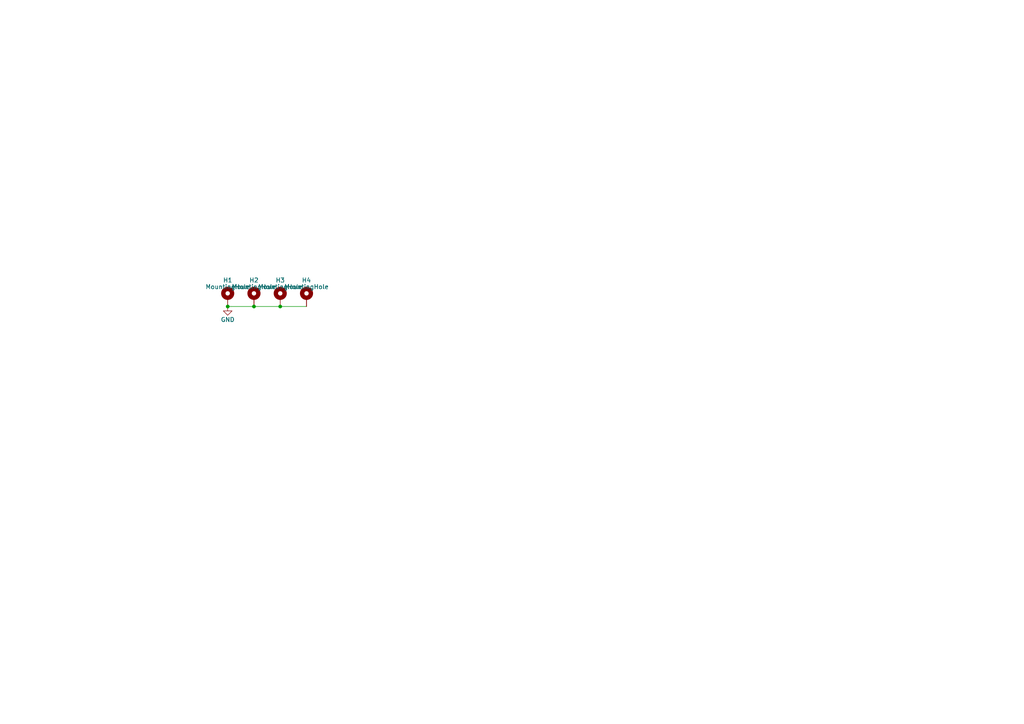
<source format=kicad_sch>
(kicad_sch (version 20250114) (generator "eeschema") (generator_version "9.0")
  (paper "A4")
  (lib_symbols
    (symbol "Mechanical:MountingHole_Pad" (pin_numbers (hide yes)) (pin_names (offset 1.016) (hide yes)) (in_bom no)
      (property "Reference" "H" (at 0 6.35 0))
      (property "Value" "MountingHole_Pad" (at 0 4.445 0))
      (symbol "MountingHole_Pad_0_1"
        (circle (center 0 1.27) (radius 1.27) (stroke (width 1.27)))
      )
      (symbol "MountingHole_Pad_1_1"
        (pin input line (at 0 -2.54 90) (length 2.54) (name "1") (number "1"))
      )
    )
    (symbol "power:GND" (power) (pin_numbers (hide yes)) (pin_names (offset 0) (hide yes))
      (property "Value" "GND" (at 0 -3.81 0))
      (symbol "GND_0_1"
        (polyline (pts (xy 0 0) (xy 0 -1.27) (xy 1.27 -1.27) (xy 0 -2.54) (xy -1.27 -1.27) (xy 0 -1.27)))
      )
      (symbol "GND_1_1"
        (pin power_in line (at 0 0 270) (length 0) (name "~") (number "1"))
      )
    )
  )
  (junction (at 73.66 88.9))
  (junction (at 66.04 88.9))
  (junction (at 81.28 88.9))
  (wire (pts (xy 66.04 88.9) (xy 73.66 88.9)))
  (wire (pts (xy 81.28 88.9) (xy 88.9 88.9)))
  (wire (pts (xy 73.66 88.9) (xy 81.28 88.9)))
  (symbol (lib_id "Mechanical:MountingHole_Pad") (at 81.28 86.36 0) (unit 1) (in_bom no)
    (property "Reference" "H3" (at 81.28 81.28 0))
    (property "Value" "MountingHole" (at 81.28 83.185 0))
    (property "Footprint" "MountingHole:MountingHole_2.2mm_M2_DIN965_Pad" (effects (hide yes)))
    (property "Description" "Mounting Hole with connection" (effects (hide yes)))
  )
  (symbol (lib_id "power:GND") (at 66.04 88.9 0) (unit 1)
    (property "Reference" "#PWR01" (effects (hide yes)))
    (property "Value" "GND" (at 66.04 92.71 0))
    (property "Description" "Power symbol creates a global label with name \"GND\" , ground" (effects (hide yes)))
  )
  (symbol (lib_id "Mechanical:MountingHole_Pad") (at 73.66 86.36 0) (unit 1) (in_bom no)
    (property "Reference" "H2" (at 73.66 81.28 0))
    (property "Value" "MountingHole" (at 73.66 83.185 0))
    (property "Footprint" "MountingHole:MountingHole_2.2mm_M2_DIN965_Pad" (effects (hide yes)))
    (property "Description" "Mounting Hole with connection" (effects (hide yes)))
  )
  (symbol (lib_id "Mechanical:MountingHole_Pad") (at 88.9 86.36 0) (unit 1) (in_bom no)
    (property "Reference" "H4" (at 88.9 81.28 0))
    (property "Value" "MountingHole" (at 88.9 83.185 0))
    (property "Footprint" "MountingHole:MountingHole_2.2mm_M2_DIN965_Pad" (effects (hide yes)))
    (property "Description" "Mounting Hole with connection" (effects (hide yes)))
  )
  (symbol (lib_id "Mechanical:MountingHole_Pad") (at 66.04 86.36 0) (unit 1) (in_bom no)
    (property "Reference" "H1" (at 66.04 81.28 0))
    (property "Value" "MountingHole" (at 66.04 83.185 0))
    (property "Footprint" "MountingHole:MountingHole_2.2mm_M2_DIN965_Pad" (effects (hide yes)))
    (property "Description" "Mounting Hole with connection" (effects (hide yes)))
  )
)
</source>
